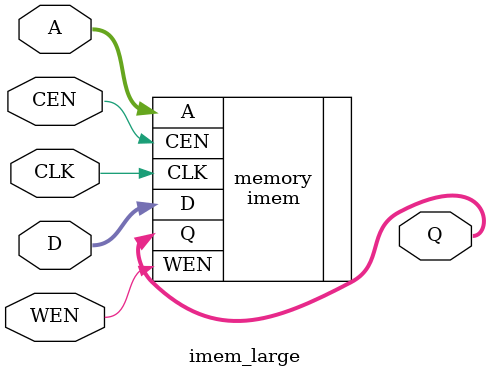
<source format=v>
module imem_large( Q, CLK, CEN, WEN, A, D);
	output [15:0] Q;
	input CLK;
	input CEN;
	input WEN;	
	input [5:0] A;
	input [15:0] D;
	
	
	imem memory(.Q(Q), .CLK(CLK), .CEN(CEN), .WEN(WEN), .A(A), .D(D));


endmodule

</source>
